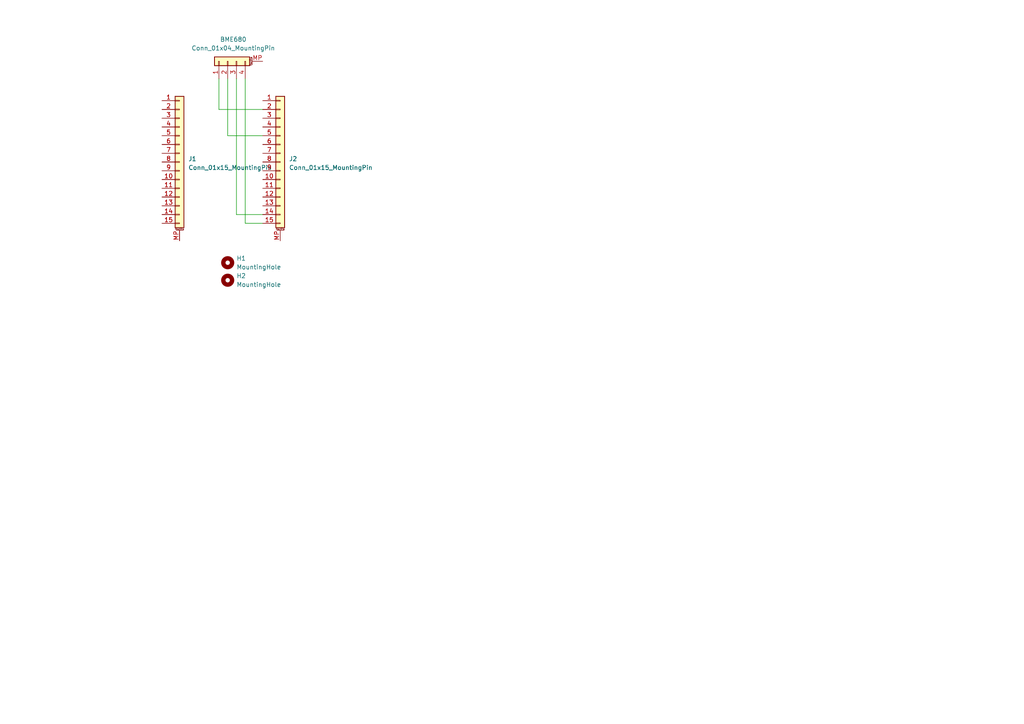
<source format=kicad_sch>
(kicad_sch
	(version 20231120)
	(generator "eeschema")
	(generator_version "8.0")
	(uuid "7dae2c4f-30cb-4486-ad82-4ef74999387a")
	(paper "A4")
	(lib_symbols
		(symbol "Connector_Generic_MountingPin:Conn_01x04_MountingPin"
			(pin_names
				(offset 1.016) hide)
			(exclude_from_sim no)
			(in_bom yes)
			(on_board yes)
			(property "Reference" "J"
				(at 0 5.08 0)
				(effects
					(font
						(size 1.27 1.27)
					)
				)
			)
			(property "Value" "Conn_01x04_MountingPin"
				(at 1.27 -7.62 0)
				(effects
					(font
						(size 1.27 1.27)
					)
					(justify left)
				)
			)
			(property "Footprint" ""
				(at 0 0 0)
				(effects
					(font
						(size 1.27 1.27)
					)
					(hide yes)
				)
			)
			(property "Datasheet" "~"
				(at 0 0 0)
				(effects
					(font
						(size 1.27 1.27)
					)
					(hide yes)
				)
			)
			(property "Description" "Generic connectable mounting pin connector, single row, 01x04, script generated (kicad-library-utils/schlib/autogen/connector/)"
				(at 0 0 0)
				(effects
					(font
						(size 1.27 1.27)
					)
					(hide yes)
				)
			)
			(property "ki_keywords" "connector"
				(at 0 0 0)
				(effects
					(font
						(size 1.27 1.27)
					)
					(hide yes)
				)
			)
			(property "ki_fp_filters" "Connector*:*_1x??-1MP*"
				(at 0 0 0)
				(effects
					(font
						(size 1.27 1.27)
					)
					(hide yes)
				)
			)
			(symbol "Conn_01x04_MountingPin_1_1"
				(rectangle
					(start -1.27 -4.953)
					(end 0 -5.207)
					(stroke
						(width 0.1524)
						(type default)
					)
					(fill
						(type none)
					)
				)
				(rectangle
					(start -1.27 -2.413)
					(end 0 -2.667)
					(stroke
						(width 0.1524)
						(type default)
					)
					(fill
						(type none)
					)
				)
				(rectangle
					(start -1.27 0.127)
					(end 0 -0.127)
					(stroke
						(width 0.1524)
						(type default)
					)
					(fill
						(type none)
					)
				)
				(rectangle
					(start -1.27 2.667)
					(end 0 2.413)
					(stroke
						(width 0.1524)
						(type default)
					)
					(fill
						(type none)
					)
				)
				(rectangle
					(start -1.27 3.81)
					(end 1.27 -6.35)
					(stroke
						(width 0.254)
						(type default)
					)
					(fill
						(type background)
					)
				)
				(polyline
					(pts
						(xy -1.016 -7.112) (xy 1.016 -7.112)
					)
					(stroke
						(width 0.1524)
						(type default)
					)
					(fill
						(type none)
					)
				)
				(text "Mounting"
					(at 0 -6.731 0)
					(effects
						(font
							(size 0.381 0.381)
						)
					)
				)
				(pin passive line
					(at -5.08 2.54 0)
					(length 3.81)
					(name "Pin_1"
						(effects
							(font
								(size 1.27 1.27)
							)
						)
					)
					(number "1"
						(effects
							(font
								(size 1.27 1.27)
							)
						)
					)
				)
				(pin passive line
					(at -5.08 0 0)
					(length 3.81)
					(name "Pin_2"
						(effects
							(font
								(size 1.27 1.27)
							)
						)
					)
					(number "2"
						(effects
							(font
								(size 1.27 1.27)
							)
						)
					)
				)
				(pin passive line
					(at -5.08 -2.54 0)
					(length 3.81)
					(name "Pin_3"
						(effects
							(font
								(size 1.27 1.27)
							)
						)
					)
					(number "3"
						(effects
							(font
								(size 1.27 1.27)
							)
						)
					)
				)
				(pin passive line
					(at -5.08 -5.08 0)
					(length 3.81)
					(name "Pin_4"
						(effects
							(font
								(size 1.27 1.27)
							)
						)
					)
					(number "4"
						(effects
							(font
								(size 1.27 1.27)
							)
						)
					)
				)
				(pin passive line
					(at 0 -10.16 90)
					(length 3.048)
					(name "MountPin"
						(effects
							(font
								(size 1.27 1.27)
							)
						)
					)
					(number "MP"
						(effects
							(font
								(size 1.27 1.27)
							)
						)
					)
				)
			)
		)
		(symbol "Connector_Generic_MountingPin:Conn_01x15_MountingPin"
			(pin_names
				(offset 1.016) hide)
			(exclude_from_sim no)
			(in_bom yes)
			(on_board yes)
			(property "Reference" "J"
				(at 0 20.32 0)
				(effects
					(font
						(size 1.27 1.27)
					)
				)
			)
			(property "Value" "Conn_01x15_MountingPin"
				(at 1.27 -20.32 0)
				(effects
					(font
						(size 1.27 1.27)
					)
					(justify left)
				)
			)
			(property "Footprint" ""
				(at 0 0 0)
				(effects
					(font
						(size 1.27 1.27)
					)
					(hide yes)
				)
			)
			(property "Datasheet" "~"
				(at 0 0 0)
				(effects
					(font
						(size 1.27 1.27)
					)
					(hide yes)
				)
			)
			(property "Description" "Generic connectable mounting pin connector, single row, 01x15, script generated (kicad-library-utils/schlib/autogen/connector/)"
				(at 0 0 0)
				(effects
					(font
						(size 1.27 1.27)
					)
					(hide yes)
				)
			)
			(property "ki_keywords" "connector"
				(at 0 0 0)
				(effects
					(font
						(size 1.27 1.27)
					)
					(hide yes)
				)
			)
			(property "ki_fp_filters" "Connector*:*_1x??-1MP*"
				(at 0 0 0)
				(effects
					(font
						(size 1.27 1.27)
					)
					(hide yes)
				)
			)
			(symbol "Conn_01x15_MountingPin_1_1"
				(rectangle
					(start -1.27 -17.653)
					(end 0 -17.907)
					(stroke
						(width 0.1524)
						(type default)
					)
					(fill
						(type none)
					)
				)
				(rectangle
					(start -1.27 -15.113)
					(end 0 -15.367)
					(stroke
						(width 0.1524)
						(type default)
					)
					(fill
						(type none)
					)
				)
				(rectangle
					(start -1.27 -12.573)
					(end 0 -12.827)
					(stroke
						(width 0.1524)
						(type default)
					)
					(fill
						(type none)
					)
				)
				(rectangle
					(start -1.27 -10.033)
					(end 0 -10.287)
					(stroke
						(width 0.1524)
						(type default)
					)
					(fill
						(type none)
					)
				)
				(rectangle
					(start -1.27 -7.493)
					(end 0 -7.747)
					(stroke
						(width 0.1524)
						(type default)
					)
					(fill
						(type none)
					)
				)
				(rectangle
					(start -1.27 -4.953)
					(end 0 -5.207)
					(stroke
						(width 0.1524)
						(type default)
					)
					(fill
						(type none)
					)
				)
				(rectangle
					(start -1.27 -2.413)
					(end 0 -2.667)
					(stroke
						(width 0.1524)
						(type default)
					)
					(fill
						(type none)
					)
				)
				(rectangle
					(start -1.27 0.127)
					(end 0 -0.127)
					(stroke
						(width 0.1524)
						(type default)
					)
					(fill
						(type none)
					)
				)
				(rectangle
					(start -1.27 2.667)
					(end 0 2.413)
					(stroke
						(width 0.1524)
						(type default)
					)
					(fill
						(type none)
					)
				)
				(rectangle
					(start -1.27 5.207)
					(end 0 4.953)
					(stroke
						(width 0.1524)
						(type default)
					)
					(fill
						(type none)
					)
				)
				(rectangle
					(start -1.27 7.747)
					(end 0 7.493)
					(stroke
						(width 0.1524)
						(type default)
					)
					(fill
						(type none)
					)
				)
				(rectangle
					(start -1.27 10.287)
					(end 0 10.033)
					(stroke
						(width 0.1524)
						(type default)
					)
					(fill
						(type none)
					)
				)
				(rectangle
					(start -1.27 12.827)
					(end 0 12.573)
					(stroke
						(width 0.1524)
						(type default)
					)
					(fill
						(type none)
					)
				)
				(rectangle
					(start -1.27 15.367)
					(end 0 15.113)
					(stroke
						(width 0.1524)
						(type default)
					)
					(fill
						(type none)
					)
				)
				(rectangle
					(start -1.27 17.907)
					(end 0 17.653)
					(stroke
						(width 0.1524)
						(type default)
					)
					(fill
						(type none)
					)
				)
				(rectangle
					(start -1.27 19.05)
					(end 1.27 -19.05)
					(stroke
						(width 0.254)
						(type default)
					)
					(fill
						(type background)
					)
				)
				(polyline
					(pts
						(xy -1.016 -19.812) (xy 1.016 -19.812)
					)
					(stroke
						(width 0.1524)
						(type default)
					)
					(fill
						(type none)
					)
				)
				(text "Mounting"
					(at 0 -19.431 0)
					(effects
						(font
							(size 0.381 0.381)
						)
					)
				)
				(pin passive line
					(at -5.08 17.78 0)
					(length 3.81)
					(name "Pin_1"
						(effects
							(font
								(size 1.27 1.27)
							)
						)
					)
					(number "1"
						(effects
							(font
								(size 1.27 1.27)
							)
						)
					)
				)
				(pin passive line
					(at -5.08 -5.08 0)
					(length 3.81)
					(name "Pin_10"
						(effects
							(font
								(size 1.27 1.27)
							)
						)
					)
					(number "10"
						(effects
							(font
								(size 1.27 1.27)
							)
						)
					)
				)
				(pin passive line
					(at -5.08 -7.62 0)
					(length 3.81)
					(name "Pin_11"
						(effects
							(font
								(size 1.27 1.27)
							)
						)
					)
					(number "11"
						(effects
							(font
								(size 1.27 1.27)
							)
						)
					)
				)
				(pin passive line
					(at -5.08 -10.16 0)
					(length 3.81)
					(name "Pin_12"
						(effects
							(font
								(size 1.27 1.27)
							)
						)
					)
					(number "12"
						(effects
							(font
								(size 1.27 1.27)
							)
						)
					)
				)
				(pin passive line
					(at -5.08 -12.7 0)
					(length 3.81)
					(name "Pin_13"
						(effects
							(font
								(size 1.27 1.27)
							)
						)
					)
					(number "13"
						(effects
							(font
								(size 1.27 1.27)
							)
						)
					)
				)
				(pin passive line
					(at -5.08 -15.24 0)
					(length 3.81)
					(name "Pin_14"
						(effects
							(font
								(size 1.27 1.27)
							)
						)
					)
					(number "14"
						(effects
							(font
								(size 1.27 1.27)
							)
						)
					)
				)
				(pin passive line
					(at -5.08 -17.78 0)
					(length 3.81)
					(name "Pin_15"
						(effects
							(font
								(size 1.27 1.27)
							)
						)
					)
					(number "15"
						(effects
							(font
								(size 1.27 1.27)
							)
						)
					)
				)
				(pin passive line
					(at -5.08 15.24 0)
					(length 3.81)
					(name "Pin_2"
						(effects
							(font
								(size 1.27 1.27)
							)
						)
					)
					(number "2"
						(effects
							(font
								(size 1.27 1.27)
							)
						)
					)
				)
				(pin passive line
					(at -5.08 12.7 0)
					(length 3.81)
					(name "Pin_3"
						(effects
							(font
								(size 1.27 1.27)
							)
						)
					)
					(number "3"
						(effects
							(font
								(size 1.27 1.27)
							)
						)
					)
				)
				(pin passive line
					(at -5.08 10.16 0)
					(length 3.81)
					(name "Pin_4"
						(effects
							(font
								(size 1.27 1.27)
							)
						)
					)
					(number "4"
						(effects
							(font
								(size 1.27 1.27)
							)
						)
					)
				)
				(pin passive line
					(at -5.08 7.62 0)
					(length 3.81)
					(name "Pin_5"
						(effects
							(font
								(size 1.27 1.27)
							)
						)
					)
					(number "5"
						(effects
							(font
								(size 1.27 1.27)
							)
						)
					)
				)
				(pin passive line
					(at -5.08 5.08 0)
					(length 3.81)
					(name "Pin_6"
						(effects
							(font
								(size 1.27 1.27)
							)
						)
					)
					(number "6"
						(effects
							(font
								(size 1.27 1.27)
							)
						)
					)
				)
				(pin passive line
					(at -5.08 2.54 0)
					(length 3.81)
					(name "Pin_7"
						(effects
							(font
								(size 1.27 1.27)
							)
						)
					)
					(number "7"
						(effects
							(font
								(size 1.27 1.27)
							)
						)
					)
				)
				(pin passive line
					(at -5.08 0 0)
					(length 3.81)
					(name "Pin_8"
						(effects
							(font
								(size 1.27 1.27)
							)
						)
					)
					(number "8"
						(effects
							(font
								(size 1.27 1.27)
							)
						)
					)
				)
				(pin passive line
					(at -5.08 -2.54 0)
					(length 3.81)
					(name "Pin_9"
						(effects
							(font
								(size 1.27 1.27)
							)
						)
					)
					(number "9"
						(effects
							(font
								(size 1.27 1.27)
							)
						)
					)
				)
				(pin passive line
					(at 0 -22.86 90)
					(length 3.048)
					(name "MountPin"
						(effects
							(font
								(size 1.27 1.27)
							)
						)
					)
					(number "MP"
						(effects
							(font
								(size 1.27 1.27)
							)
						)
					)
				)
			)
		)
		(symbol "Mechanical:MountingHole"
			(pin_names
				(offset 1.016)
			)
			(exclude_from_sim yes)
			(in_bom no)
			(on_board yes)
			(property "Reference" "H"
				(at 0 5.08 0)
				(effects
					(font
						(size 1.27 1.27)
					)
				)
			)
			(property "Value" "MountingHole"
				(at 0 3.175 0)
				(effects
					(font
						(size 1.27 1.27)
					)
				)
			)
			(property "Footprint" ""
				(at 0 0 0)
				(effects
					(font
						(size 1.27 1.27)
					)
					(hide yes)
				)
			)
			(property "Datasheet" "~"
				(at 0 0 0)
				(effects
					(font
						(size 1.27 1.27)
					)
					(hide yes)
				)
			)
			(property "Description" "Mounting Hole without connection"
				(at 0 0 0)
				(effects
					(font
						(size 1.27 1.27)
					)
					(hide yes)
				)
			)
			(property "ki_keywords" "mounting hole"
				(at 0 0 0)
				(effects
					(font
						(size 1.27 1.27)
					)
					(hide yes)
				)
			)
			(property "ki_fp_filters" "MountingHole*"
				(at 0 0 0)
				(effects
					(font
						(size 1.27 1.27)
					)
					(hide yes)
				)
			)
			(symbol "MountingHole_0_1"
				(circle
					(center 0 0)
					(radius 1.27)
					(stroke
						(width 1.27)
						(type default)
					)
					(fill
						(type none)
					)
				)
			)
		)
	)
	(wire
		(pts
			(xy 76.2 39.37) (xy 66.04 39.37)
		)
		(stroke
			(width 0)
			(type default)
		)
		(uuid "28ffde7a-1034-4a36-9a23-0e2dc61ece1c")
	)
	(wire
		(pts
			(xy 63.5 31.75) (xy 63.5 22.86)
		)
		(stroke
			(width 0)
			(type default)
		)
		(uuid "38a788d4-eb4d-4f9f-b76e-5e0539395ee0")
	)
	(wire
		(pts
			(xy 71.12 22.86) (xy 71.12 64.77)
		)
		(stroke
			(width 0)
			(type default)
		)
		(uuid "4291796f-bd31-463b-b1c7-4ece4d866b33")
	)
	(wire
		(pts
			(xy 66.04 39.37) (xy 66.04 22.86)
		)
		(stroke
			(width 0)
			(type default)
		)
		(uuid "6e91d141-9636-4448-adf8-f9dbfe24a78c")
	)
	(wire
		(pts
			(xy 76.2 31.75) (xy 63.5 31.75)
		)
		(stroke
			(width 0)
			(type default)
		)
		(uuid "79915cc6-05e5-4fa6-a80b-9a5f914732b7")
	)
	(wire
		(pts
			(xy 76.2 62.23) (xy 68.58 62.23)
		)
		(stroke
			(width 0)
			(type default)
		)
		(uuid "bc576c4c-3865-44bf-a181-99f858491ed9")
	)
	(wire
		(pts
			(xy 71.12 64.77) (xy 76.2 64.77)
		)
		(stroke
			(width 0)
			(type default)
		)
		(uuid "c6dc1cde-86cd-4eaa-a817-f233646c2bb8")
	)
	(wire
		(pts
			(xy 68.58 22.86) (xy 68.58 62.23)
		)
		(stroke
			(width 0)
			(type default)
		)
		(uuid "c9f4f838-f95d-43f2-b0e7-f6f2b382ef82")
	)
	(symbol
		(lib_id "Connector_Generic_MountingPin:Conn_01x15_MountingPin")
		(at 81.28 46.99 0)
		(unit 1)
		(exclude_from_sim no)
		(in_bom yes)
		(on_board yes)
		(dnp no)
		(fields_autoplaced yes)
		(uuid "267188e0-af77-44c7-a3d3-c2edb8a38684")
		(property "Reference" "J2"
			(at 83.82 46.0755 0)
			(effects
				(font
					(size 1.27 1.27)
				)
				(justify left)
			)
		)
		(property "Value" "Conn_01x15_MountingPin"
			(at 83.82 48.6155 0)
			(effects
				(font
					(size 1.27 1.27)
				)
				(justify left)
			)
		)
		(property "Footprint" "Connector_PinHeader_2.54mm:PinHeader_1x15_P2.54mm_Vertical"
			(at 81.28 46.99 0)
			(effects
				(font
					(size 1.27 1.27)
				)
				(hide yes)
			)
		)
		(property "Datasheet" "~"
			(at 81.28 46.99 0)
			(effects
				(font
					(size 1.27 1.27)
				)
				(hide yes)
			)
		)
		(property "Description" "Generic connectable mounting pin connector, single row, 01x15, script generated (kicad-library-utils/schlib/autogen/connector/)"
			(at 81.28 46.99 0)
			(effects
				(font
					(size 1.27 1.27)
				)
				(hide yes)
			)
		)
		(pin "12"
			(uuid "560d6e2b-3ac7-448e-8349-a5f724e460ad")
		)
		(pin "8"
			(uuid "f9bd2e11-5ebb-4e9b-8027-264249202caa")
		)
		(pin "11"
			(uuid "5703353a-5894-4360-9273-d042dd144f45")
		)
		(pin "10"
			(uuid "88cdf6ea-d8d6-4ad7-acb3-0550ca3d464b")
		)
		(pin "5"
			(uuid "da21b1be-3395-439b-84a6-7ced586e5110")
		)
		(pin "1"
			(uuid "2f303941-82cd-4473-a8c7-1a17e91b2f1c")
		)
		(pin "7"
			(uuid "ecb5a624-701a-41ff-8271-312db98d9c09")
		)
		(pin "14"
			(uuid "9da0fe82-2426-45fb-b151-bd06f0f0a2a1")
		)
		(pin "13"
			(uuid "bd59b6c6-e2f0-4d6b-9d73-e3df12fc3b84")
		)
		(pin "2"
			(uuid "2a79293d-2045-4004-a1bb-6e7a565170ea")
		)
		(pin "15"
			(uuid "8d661957-6b02-48d0-8765-fb728727dafd")
		)
		(pin "9"
			(uuid "b33b6ae6-2484-4617-8d7b-192a16b6a478")
		)
		(pin "4"
			(uuid "b75b2f33-f611-46bc-bd70-531f89ea4f48")
		)
		(pin "3"
			(uuid "3aef3b58-bea2-419d-a480-20af6d01541b")
		)
		(pin "6"
			(uuid "459f889c-5fe2-438f-ba32-5df05115849c")
		)
		(pin "MP"
			(uuid "3b6f66c5-58e1-4994-a0e5-d62f243a8763")
		)
		(instances
			(project "ESPHome_Board_BME"
				(path "/7dae2c4f-30cb-4486-ad82-4ef74999387a"
					(reference "J2")
					(unit 1)
				)
			)
		)
	)
	(symbol
		(lib_id "Connector_Generic_MountingPin:Conn_01x04_MountingPin")
		(at 66.04 17.78 90)
		(unit 1)
		(exclude_from_sim no)
		(in_bom yes)
		(on_board yes)
		(dnp no)
		(fields_autoplaced yes)
		(uuid "559a87ca-1045-41d4-80cf-2d36fec7eafa")
		(property "Reference" "BME680"
			(at 67.6656 11.43 90)
			(effects
				(font
					(size 1.27 1.27)
				)
			)
		)
		(property "Value" "Conn_01x04_MountingPin"
			(at 67.6656 13.97 90)
			(effects
				(font
					(size 1.27 1.27)
				)
			)
		)
		(property "Footprint" "Connector_PinHeader_2.54mm:PinHeader_1x04_P2.54mm_Vertical"
			(at 66.04 17.78 0)
			(effects
				(font
					(size 1.27 1.27)
				)
				(hide yes)
			)
		)
		(property "Datasheet" "~"
			(at 66.04 17.78 0)
			(effects
				(font
					(size 1.27 1.27)
				)
				(hide yes)
			)
		)
		(property "Description" "Generic connectable mounting pin connector, single row, 01x04, script generated (kicad-library-utils/schlib/autogen/connector/)"
			(at 66.04 17.78 0)
			(effects
				(font
					(size 1.27 1.27)
				)
				(hide yes)
			)
		)
		(pin "1"
			(uuid "82f1a9b0-cfdb-44f6-b4c5-3d05c7895cad")
		)
		(pin "MP"
			(uuid "85674e72-f78f-4a28-9708-da414828f112")
		)
		(pin "4"
			(uuid "22bd71e7-d7c5-4309-a584-88b0a2cba54d")
		)
		(pin "2"
			(uuid "c6efd4ae-1100-46a5-b32a-d4f641ff6623")
		)
		(pin "3"
			(uuid "92775474-a465-4d71-ba97-2fe0f5adfde6")
		)
		(instances
			(project ""
				(path "/7dae2c4f-30cb-4486-ad82-4ef74999387a"
					(reference "BME680")
					(unit 1)
				)
			)
		)
	)
	(symbol
		(lib_id "Mechanical:MountingHole")
		(at 66.04 81.28 0)
		(unit 1)
		(exclude_from_sim yes)
		(in_bom no)
		(on_board yes)
		(dnp no)
		(fields_autoplaced yes)
		(uuid "69ba1e68-1a85-4f28-9285-4d16954e5826")
		(property "Reference" "H2"
			(at 68.58 80.0099 0)
			(effects
				(font
					(size 1.27 1.27)
				)
				(justify left)
			)
		)
		(property "Value" "MountingHole"
			(at 68.58 82.5499 0)
			(effects
				(font
					(size 1.27 1.27)
				)
				(justify left)
			)
		)
		(property "Footprint" "MountingHole:MountingHole_2.2mm_M2_Pad"
			(at 66.04 81.28 0)
			(effects
				(font
					(size 1.27 1.27)
				)
				(hide yes)
			)
		)
		(property "Datasheet" "~"
			(at 66.04 81.28 0)
			(effects
				(font
					(size 1.27 1.27)
				)
				(hide yes)
			)
		)
		(property "Description" "Mounting Hole without connection"
			(at 66.04 81.28 0)
			(effects
				(font
					(size 1.27 1.27)
				)
				(hide yes)
			)
		)
		(instances
			(project "ESPHome_Board_BME"
				(path "/7dae2c4f-30cb-4486-ad82-4ef74999387a"
					(reference "H2")
					(unit 1)
				)
			)
		)
	)
	(symbol
		(lib_id "Connector_Generic_MountingPin:Conn_01x15_MountingPin")
		(at 52.07 46.99 0)
		(unit 1)
		(exclude_from_sim no)
		(in_bom yes)
		(on_board yes)
		(dnp no)
		(fields_autoplaced yes)
		(uuid "bd422206-a731-4b8a-bfb8-dcb8a1af7a5b")
		(property "Reference" "J1"
			(at 54.61 46.0755 0)
			(effects
				(font
					(size 1.27 1.27)
				)
				(justify left)
			)
		)
		(property "Value" "Conn_01x15_MountingPin"
			(at 54.61 48.6155 0)
			(effects
				(font
					(size 1.27 1.27)
				)
				(justify left)
			)
		)
		(property "Footprint" "Connector_PinHeader_2.54mm:PinHeader_1x15_P2.54mm_Vertical"
			(at 52.07 46.99 0)
			(effects
				(font
					(size 1.27 1.27)
				)
				(hide yes)
			)
		)
		(property "Datasheet" "~"
			(at 52.07 46.99 0)
			(effects
				(font
					(size 1.27 1.27)
				)
				(hide yes)
			)
		)
		(property "Description" "Generic connectable mounting pin connector, single row, 01x15, script generated (kicad-library-utils/schlib/autogen/connector/)"
			(at 52.07 46.99 0)
			(effects
				(font
					(size 1.27 1.27)
				)
				(hide yes)
			)
		)
		(pin "12"
			(uuid "5fa012e6-64f1-4acd-ab54-7f6455d89fae")
		)
		(pin "8"
			(uuid "72bfe870-fc2f-4e11-8329-5d419ed9000a")
		)
		(pin "11"
			(uuid "47914b1d-fd38-4eae-ae28-1b9bb37449eb")
		)
		(pin "10"
			(uuid "1a2cf1d2-90e9-471a-969c-8c79b0614957")
		)
		(pin "5"
			(uuid "dfaad8a1-b9a3-4020-b6c4-b4fd809b631e")
		)
		(pin "1"
			(uuid "600a3f99-99be-40aa-9e54-8df4754e5a4e")
		)
		(pin "7"
			(uuid "533b61eb-9edc-462b-9f2a-dfdbf8dcedf4")
		)
		(pin "14"
			(uuid "48f2f40a-866f-4899-856f-88057966de3f")
		)
		(pin "13"
			(uuid "4720ccac-dfa3-462a-8560-c018f8933279")
		)
		(pin "2"
			(uuid "4e2bfe1c-48ed-48cc-86b8-269efa8d5700")
		)
		(pin "15"
			(uuid "4af79fbd-9750-4a1e-bae5-8bdb4197ffe1")
		)
		(pin "9"
			(uuid "1aa2f256-c74b-4652-b103-79e1f9e45d0c")
		)
		(pin "4"
			(uuid "92db4e22-0afd-4b47-bb01-1d5c6b5e2ae7")
		)
		(pin "3"
			(uuid "0089a9c7-05a1-49e5-891e-771694484ca4")
		)
		(pin "6"
			(uuid "5d99d4a7-d2f1-4426-99e6-65cb4d53b5b0")
		)
		(pin "MP"
			(uuid "fbe26473-3935-4c3f-af31-545a6033c3b2")
		)
		(instances
			(project "ESPHome_Board_BME"
				(path "/7dae2c4f-30cb-4486-ad82-4ef74999387a"
					(reference "J1")
					(unit 1)
				)
			)
		)
	)
	(symbol
		(lib_id "Mechanical:MountingHole")
		(at 66.04 76.2 0)
		(unit 1)
		(exclude_from_sim yes)
		(in_bom no)
		(on_board yes)
		(dnp no)
		(fields_autoplaced yes)
		(uuid "c74eb399-6fc0-48d2-9b23-4d3a3d6b03f3")
		(property "Reference" "H1"
			(at 68.58 74.9299 0)
			(effects
				(font
					(size 1.27 1.27)
				)
				(justify left)
			)
		)
		(property "Value" "MountingHole"
			(at 68.58 77.4699 0)
			(effects
				(font
					(size 1.27 1.27)
				)
				(justify left)
			)
		)
		(property "Footprint" "MountingHole:MountingHole_2.2mm_M2_Pad"
			(at 66.04 76.2 0)
			(effects
				(font
					(size 1.27 1.27)
				)
				(hide yes)
			)
		)
		(property "Datasheet" "~"
			(at 66.04 76.2 0)
			(effects
				(font
					(size 1.27 1.27)
				)
				(hide yes)
			)
		)
		(property "Description" "Mounting Hole without connection"
			(at 66.04 76.2 0)
			(effects
				(font
					(size 1.27 1.27)
				)
				(hide yes)
			)
		)
		(instances
			(project ""
				(path "/7dae2c4f-30cb-4486-ad82-4ef74999387a"
					(reference "H1")
					(unit 1)
				)
			)
		)
	)
	(sheet_instances
		(path "/"
			(page "1")
		)
	)
)

</source>
